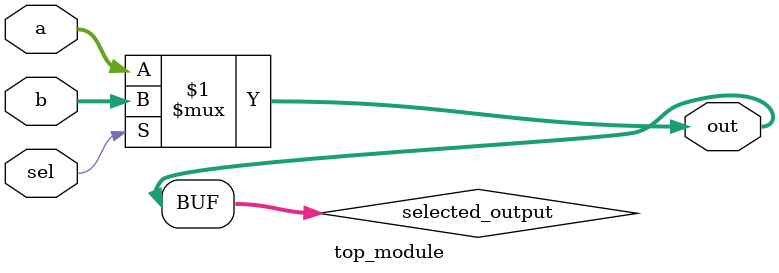
<source format=sv>
module top_module (
    input [99:0] a,
    input [99:0] b,
    input sel,
    output [99:0] out
);

    // Create internal wire for selecting the output
    wire [99:0] selected_output;
    
    // Implement the 2-1 multiplexer
    assign selected_output = sel ? b : a;
    
    // Assign the selected output to the module output
    assign out = selected_output;
    
endmodule

</source>
